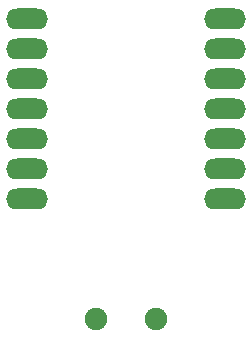
<source format=gbr>
%TF.GenerationSoftware,KiCad,Pcbnew,9.0.5*%
%TF.CreationDate,2026-02-02T17:26:06-08:00*%
%TF.ProjectId,Sensing device,53656e73-696e-4672-9064-65766963652e,1.0*%
%TF.SameCoordinates,Original*%
%TF.FileFunction,Soldermask,Bot*%
%TF.FilePolarity,Negative*%
%FSLAX46Y46*%
G04 Gerber Fmt 4.6, Leading zero omitted, Abs format (unit mm)*
G04 Created by KiCad (PCBNEW 9.0.5) date 2026-02-02 17:26:06*
%MOMM*%
%LPD*%
G01*
G04 APERTURE LIST*
%ADD10O,3.556000X1.778000*%
%ADD11C,1.905000*%
G04 APERTURE END LIST*
D10*
%TO.C,U1*%
X133083000Y-77285000D03*
X133083000Y-79825000D03*
X133083000Y-82365000D03*
X133083000Y-84905000D03*
X133083000Y-87445000D03*
X133083000Y-89985000D03*
X133083000Y-92525000D03*
X149847000Y-92525000D03*
X149847000Y-89985000D03*
X149847000Y-87445000D03*
X149847000Y-84905000D03*
X149847000Y-82365000D03*
X149847000Y-79825000D03*
X149847000Y-77285000D03*
D11*
X138925000Y-102685000D03*
X144005000Y-102685000D03*
%TD*%
M02*

</source>
